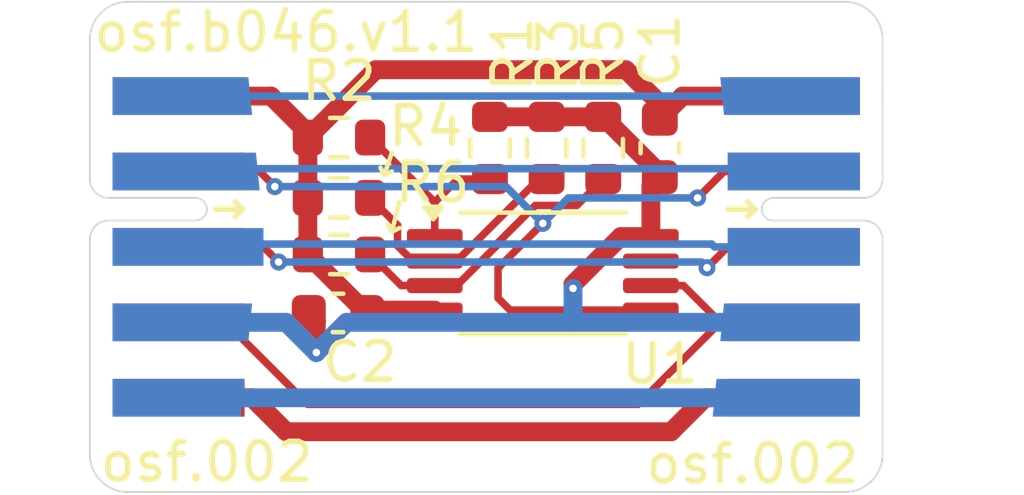
<source format=kicad_pcb>
(kicad_pcb (version 20240108) (generator "pcbnew") (generator_version "8.0")
  (layers (0 "F.Cu" signal) (31 "B.Cu" signal) (34 "B.Paste" user) (35 "F.Paste" user) (36 "B.SilkS" user "B.Silkscreen") (37 "F.SilkS" user "F.Silkscreen") (38 "B.Mask" user) (39 "F.Mask" user) (44 "Edge.Cuts" user))
  (net 0 "")
  (net 1 "GND")
  (net 2 "+3.3V")
  (net 3 "/eeprom/SDA")
  (net 4 "/eeprom/SCL")
  (net 5 "Net-(J1-CS{slash}EN)")
  (net 6 "Net-(J1-INT)")
  (net 7 "Net-(J1-~{RESET})")
  (net 8 "Net-(J1-5V)")
  (net 9 "Net-(U1-E0)")
  (net 10 "Net-(U1-E1)")
  (net 11 "Net-(U1-E2)")
  (net 13 "Net-(J1-N{slash}C)")
  (net 14 "Net-(J1-status)")
  (footprint "Capacitor_SMD:C_0603_1608Metric" (layer "F.Cu") (at 92.1 77.875 90)
    (property "Reference" "C1" (at 2.575 0 90) (layer "F.SilkS"))
    (property "Value" "100nF")
    (fp_line (start -0.14058 -0.51) (end 0.14058 -0.51) (stroke (width 0.12)) (layer "F.SilkS"))
    (fp_line (start -0.14058 0.51) (end 0.14058 0.51) (stroke (width 0.12)) (layer "F.SilkS"))
    (pad "1" smd roundrect (at -0.775 0 90) (size 0.9 0.95) (layers "F.Cu" "F.Paste" "F.Mask") (net 2 "+3.3V"))
    (pad "2" smd roundrect (at 0.775 0 90) (size 0.9 0.95) (layers "F.Cu" "F.Paste" "F.Mask") (net 1 "GND"))
  )
  (footprint "on_edge:on_edge_2x05_device" (layer "F.Cu") (at 77 80.5 -90)
    (property "Reference" "J1")
    (property "Value" "001_I2C")
    (fp_line (start -1.2 -3.85) (end -1 -4.05) (stroke (width 0.153)) (layer "F.SilkS"))
    (fp_line (start -1 -4.05) (end -1 -3.323) (stroke (width 0.153)) (layer "F.SilkS"))
    (fp_line (start -1 -4.05) (end -0.8 -3.85) (stroke (width 0.153)) (layer "F.SilkS"))
    (fp_line (start -4 0) (end -1.8 0) (stroke (width 0.05)) (layer "Edge.Cuts"))
    (fp_line (start -0.2 0) (end 4 0) (stroke (width 0.05)) (layer "Edge.Cuts"))
    (fp_line (start -0.7 -0.5) (end -0.7 -2.8) (stroke (width 0.05)) (layer "Edge.Cuts"))
    (fp_line (start -1.3 -2.8) (end -1.3 -0.5) (stroke (width 0.05)) (layer "Edge.Cuts"))
    (fp_arc (start -0.2 0) (mid -0.553553 -0.146447) (end -0.7 -0.5) (stroke (width 0.05)) (layer "Edge.Cuts"))
    (fp_arc (start -1.3 -0.5) (mid -1.446447 -0.146447) (end -1.8 0) (stroke (width 0.05)) (layer "Edge.Cuts"))
    (fp_arc (start -1.3 -2.8) (mid -1 -3.1) (end -0.7 -2.8) (stroke (width 0.05)) (layer "Edge.Cuts"))
    (pad "1" smd rect (at -4 -2.35 90) (size 1 3.5) (layers "F.Cu" "F.Mask") (net 1 "GND"))
    (pad "2" smd rect (at -2 -2.35 270) (size 1 3.5) (layers "F.Cu" "F.Mask") (net 3 "/eeprom/SDA"))
    (pad "3" smd rect (at 0 -2.35 270) (size 1 3.5) (layers "F.Cu" "F.Mask") (net 13 "Net-(J1-N{slash}C)"))
    (pad "4" smd rect (at 2 -2.35 90) (size 1 3.5) (layers "F.Cu" "F.Mask") (net 4 "/eeprom/SCL"))
    (pad "5" smd rect (at 4 -2.35 90) (size 1 3.5) (layers "F.Cu" "F.Mask") (net 6 "Net-(J1-INT)"))
    (pad "6" smd custom (at -4 -2.4 270) (size 1 3.6) (layers "B.Cu" "B.Mask") (net 5 "Net-(J1-CS{slash}EN)") (options (clearance outline) (anchor rect)) (primitives (gr_poly (pts (xy 0.5 -1.8) (xy 0.5 -1.9) (xy -0.5 -1.8)) (width 0) (fill yes))))
    (pad "7" smd custom (at -2 -2.1 270) (size 1 3) (layers "B.Cu" "B.Mask") (net 14 "Net-(J1-status)") (options (clearance outline) (anchor rect)) (primitives (gr_poly (pts (xy 0.3 -0.51) (xy 0.31 -0.62) (xy 0.33 -0.7) (xy 0.35 -0.76) (xy 0.37 -0.81) (xy 0.4 -0.86) (xy 0.44 -0.92) (xy 0.48 -0.97) (xy 0.5 -0.99) (xy 0.5 -2.4) (xy -0.5 -2.3) (xy -0.5 1.5) (xy 0.3 1.5)) (width 0) (fill yes))))
    (pad "8" smd rect (at 0 -2.6 270) (size 1 4) (layers "B.Cu" "B.Mask") (net 7 "Net-(J1-~{RESET})"))
    (pad "9" smd custom (at 2 -2.4 270) (size 1 3.6) (layers "B.Cu" "B.Mask") (net 2 "+3.3V") (options (clearance outline) (anchor rect)) (primitives (gr_poly (pts (xy -0.5 -1.8) (xy -0.5 -1.9) (xy 0.5 -1.8)) (width 0) (fill yes))))
    (pad "10" smd custom (at 4 -2.3 270) (size 1 3.4) (layers "B.Cu" "B.Mask") (net 8 "Net-(J1-5V)") (options (clearance outline) (anchor rect)) (primitives (gr_poly (pts (xy -0.5 -1.7) (xy -0.5 -1.8) (xy 0.5 -1.7)) (width 0) (fill yes))))
  )
  (footprint "on_edge:on_edge_2x05_host" (layer "F.Cu") (at 98 80.5 -90)
    (property "Reference" "J2")
    (property "Value" "001_I2C")
    (fp_line (start -1 4.1) (end -1 3.373) (stroke (width 0.153)) (layer "F.SilkS"))
    (fp_line (start -0.8 3.573) (end -1 3.373) (stroke (width 0.153)) (layer "F.SilkS"))
    (fp_line (start -1 3.373) (end -1.2 3.573) (stroke (width 0.153)) (layer "F.SilkS"))
    (fp_line (start -0.7 2.9) (end -0.7 0.5) (stroke (width 0.05)) (layer "Edge.Cuts"))
    (fp_line (start -1.3 0.5) (end -1.3 2.9) (stroke (width 0.05)) (layer "Edge.Cuts"))
    (fp_line (start -4 0) (end -1.8 0) (stroke (width 0.05)) (layer "Edge.Cuts"))
    (fp_line (start -0.2 0) (end 4 0) (stroke (width 0.05)) (layer "Edge.Cuts"))
    (fp_arc (start -0.7 2.9) (mid -1 3.2) (end -1.3 2.9) (stroke (width 0.05)) (layer "Edge.Cuts"))
    (fp_arc (start -0.7 0.5) (mid -0.553553 0.146447) (end -0.2 0) (stroke (width 0.05)) (layer "Edge.Cuts"))
    (fp_arc (start -1.8 0) (mid -1.446447 0.146447) (end -1.3 0.5) (stroke (width 0.05)) (layer "Edge.Cuts"))
    (pad "1" smd rect (at -4 2.35 270) (size 1 3.5) (layers "F.Cu" "F.Mask") (net 1 "GND"))
    (pad "2" smd rect (at -2 2.35 270) (size 1 3.5) (layers "F.Cu" "F.Mask") (net 3 "/eeprom/SDA"))
    (pad "3" smd rect (at 0 2.35 270) (size 1 3.5) (layers "F.Cu" "F.Mask") (net 13 "Net-(J1-N{slash}C)"))
    (pad "4" smd rect (at 2 2.35 270) (size 1 3.5) (layers "F.Cu" "F.Mask") (net 4 "/eeprom/SCL"))
    (pad "5" smd rect (at 4 2.35 270) (size 1 3.5) (layers "F.Cu" "F.Mask") (net 6 "Net-(J1-INT)"))
    (pad "6" smd custom (at -4 2.4 90) (size 1 3.6) (layers "B.Cu" "B.Mask") (net 5 "Net-(J1-CS{slash}EN)") (options (clearance outline) (anchor rect)) (primitives (gr_poly (pts (xy 0.5 -1.8) (xy -0.5 -1.8) (xy 0.5 -1.9)) (width 0) (fill yes))))
    (pad "7" smd rect (at -2 2.35 90) (size 1 3.5) (layers "B.Cu" "B.Mask") (net 14 "Net-(J1-status)"))
    (pad "8" smd rect (at 0 2.35 90) (size 1 3.5) (layers "B.Cu" "B.Mask") (net 7 "Net-(J1-~{RESET})"))
    (pad "9" smd custom (at 2 2.4 90) (size 1 3.6) (layers "B.Cu" "B.Mask") (net 2 "+3.3V") (options (clearance outline) (anchor rect)) (primitives (gr_poly (pts (xy 0.5 -1.8) (xy -0.5 -1.8) (xy -0.5 -1.9)) (width 0) (fill yes))))
    (pad "10" smd custom (at 4 2.5 90) (size 1 3.8) (layers "B.Cu" "B.Mask") (net 8 "Net-(J1-5V)") (options (clearance outline) (anchor rect)) (primitives (gr_poly (pts (xy 0.5 -1.9) (xy -0.5 -1.9) (xy -0.5 -2)) (width 0) (fill yes))))
  )
  (footprint "Package_SO:TSSOP-8_4.4x3mm_P0.65mm" (layer "F.Cu") (at 89 81.2)
    (property "Reference" "U1" (at 3.1 2.4 0) (layer "F.SilkS"))
    (property "Value" "M24C02-FDW")
    (fp_line (start 0 -1.61) (end -2.2 -1.61) (stroke (width 0.12)) (layer "F.SilkS"))
    (fp_line (start 0 -1.61) (end 2.2 -1.61) (stroke (width 0.12)) (layer "F.SilkS"))
    (fp_line (start 0 1.61) (end -2.2 1.61) (stroke (width 0.12)) (layer "F.SilkS"))
    (fp_line (start 0 1.61) (end 2.2 1.61) (stroke (width 0.12)) (layer "F.SilkS"))
    (fp_poly (pts (xy -2.9 -1.435) (xy -3.14 -1.765) (xy -2.66 -1.765) (xy -2.9 -1.435)) (stroke (width 0.12)) (fill solid) (layer "F.SilkS"))
    (pad "1" smd roundrect (at -2.8625 -0.975) (size 1.475 0.4) (layers "F.Cu" "F.Paste" "F.Mask") (net 9 "Net-(U1-E0)"))
    (pad "2" smd roundrect (at -2.8625 -0.325) (size 1.475 0.4) (layers "F.Cu" "F.Paste" "F.Mask") (net 10 "Net-(U1-E1)"))
    (pad "3" smd roundrect (at -2.8625 0.325) (size 1.475 0.4) (layers "F.Cu" "F.Paste" "F.Mask") (net 11 "Net-(U1-E2)"))
    (pad "4" smd roundrect (at -2.8625 0.975) (size 1.475 0.4) (layers "F.Cu" "F.Paste" "F.Mask") (net 1 "GND"))
    (pad "5" smd roundrect (at 2.8625 0.975) (size 1.475 0.4) (layers "F.Cu" "F.Paste" "F.Mask") (net 3 "/eeprom/SDA"))
    (pad "6" smd roundrect (at 2.8625 0.325) (size 1.475 0.4) (layers "F.Cu" "F.Paste" "F.Mask") (net 4 "/eeprom/SCL"))
    (pad "7" smd roundrect (at 2.8625 -0.325) (size 1.475 0.4) (layers "F.Cu" "F.Paste" "F.Mask"))
    (pad "8" smd roundrect (at 2.8625 -0.975) (size 1.475 0.4) (layers "F.Cu" "F.Paste" "F.Mask") (net 2 "+3.3V"))
  )
  (footprint "Resistor_SMD:R_0603_1608Metric" (layer "F.Cu") (at 90.6 77.875 -90)
    (property "Reference" "R5" (at -2.475 0 90) (layer "F.SilkS"))
    (property "Value" "0R")
    (fp_line (start -0.237258 0.5225) (end 0.237258 0.5225) (stroke (width 0.12)) (layer "F.SilkS"))
    (fp_line (start -0.237258 -0.5225) (end 0.237258 -0.5225) (stroke (width 0.12)) (layer "F.SilkS"))
    (pad "1" smd roundrect (at -0.825 0 270) (size 0.8 0.95) (layers "F.Cu" "F.Paste" "F.Mask") (net 2 "+3.3V"))
    (pad "2" smd roundrect (at 0.825 0 270) (size 0.8 0.95) (layers "F.Cu" "F.Paste" "F.Mask") (net 11 "Net-(U1-E2)"))
  )
  (footprint "Resistor_SMD:R_0603_1608Metric" (layer "F.Cu") (at 83.6 77.6 180)
    (property "Reference" "R2" (at 0 1.5 0) (layer "F.SilkS"))
    (property "Value" "0R")
    (fp_line (start -0.237258 0.5225) (end 0.237258 0.5225) (stroke (width 0.12)) (layer "F.SilkS"))
    (fp_line (start -0.237258 -0.5225) (end 0.237258 -0.5225) (stroke (width 0.12)) (layer "F.SilkS"))
    (pad "1" smd roundrect (at -0.825 0 180) (size 0.8 0.95) (layers "F.Cu" "F.Paste" "F.Mask") (net 9 "Net-(U1-E0)"))
    (pad "2" smd roundrect (at 0.825 0 180) (size 0.8 0.95) (layers "F.Cu" "F.Paste" "F.Mask") (net 1 "GND"))
  )
  (footprint "Resistor_SMD:R_0603_1608Metric" (layer "F.Cu") (at 83.6 80.7 180)
    (property "Reference" "R6" (at -2.475 1.9 0) (layer "F.SilkS"))
    (property "Value" "0R")
    (fp_line (start -0.237258 0.5225) (end 0.237258 0.5225) (stroke (width 0.12)) (layer "F.SilkS"))
    (fp_line (start -0.237258 -0.5225) (end 0.237258 -0.5225) (stroke (width 0.12)) (layer "F.SilkS"))
    (pad "1" smd roundrect (at -0.825 0 180) (size 0.8 0.95) (layers "F.Cu" "F.Paste" "F.Mask") (net 11 "Net-(U1-E2)"))
    (pad "2" smd roundrect (at 0.825 0 180) (size 0.8 0.95) (layers "F.Cu" "F.Paste" "F.Mask") (net 1 "GND"))
  )
  (footprint "Resistor_SMD:R_0603_1608Metric" (layer "F.Cu") (at 87.6 77.875 -90)
    (property "Reference" "R1" (at -2.475 -0.6 90) (layer "F.SilkS"))
    (property "Value" "0R")
    (fp_line (start -0.237258 0.5225) (end 0.237258 0.5225) (stroke (width 0.12)) (layer "F.SilkS"))
    (fp_line (start -0.237258 -0.5225) (end 0.237258 -0.5225) (stroke (width 0.12)) (layer "F.SilkS"))
    (pad "1" smd roundrect (at -0.825 0 270) (size 0.8 0.95) (layers "F.Cu" "F.Paste" "F.Mask") (net 2 "+3.3V"))
    (pad "2" smd roundrect (at 0.825 0 270) (size 0.8 0.95) (layers "F.Cu" "F.Paste" "F.Mask") (net 9 "Net-(U1-E0)"))
  )
  (footprint "Resistor_SMD:R_0603_1608Metric" (layer "F.Cu") (at 89.1 77.875 -90)
    (property "Reference" "R3" (at -2.475 -0.3 90) (layer "F.SilkS"))
    (property "Value" "0R")
    (fp_line (start -0.237258 0.5225) (end 0.237258 0.5225) (stroke (width 0.12)) (layer "F.SilkS"))
    (fp_line (start -0.237258 -0.5225) (end 0.237258 -0.5225) (stroke (width 0.12)) (layer "F.SilkS"))
    (pad "1" smd roundrect (at -0.825 0 270) (size 0.8 0.95) (layers "F.Cu" "F.Paste" "F.Mask") (net 2 "+3.3V"))
    (pad "2" smd roundrect (at 0.825 0 270) (size 0.8 0.95) (layers "F.Cu" "F.Paste" "F.Mask") (net 10 "Net-(U1-E1)"))
  )
  (footprint "Capacitor_SMD:C_0603_1608Metric" (layer "F.Cu") (at 83.575 82.25)
    (property "Reference" "C2" (at 0.575 1.3 0) (layer "F.SilkS"))
    (property "Value" "1uF")
    (fp_line (start -0.14058 -0.51) (end 0.14058 -0.51) (stroke (width 0.12)) (layer "F.SilkS"))
    (fp_line (start -0.14058 0.51) (end 0.14058 0.51) (stroke (width 0.12)) (layer "F.SilkS"))
    (pad "1" smd roundrect (at -0.775 0) (size 0.9 0.95) (layers "F.Cu" "F.Paste" "F.Mask") (net 2 "+3.3V"))
    (pad "2" smd roundrect (at 0.775 0) (size 0.9 0.95) (layers "F.Cu" "F.Paste" "F.Mask") (net 1 "GND"))
  )
  (footprint "Resistor_SMD:R_0603_1608Metric" (layer "F.Cu") (at 83.6 79.2 180)
    (property "Reference" "R4" (at -2.3 1.9 0) (layer "F.SilkS"))
    (property "Value" "0R")
    (fp_line (start -0.237258 0.5225) (end 0.237258 0.5225) (stroke (width 0.12)) (layer "F.SilkS"))
    (fp_line (start -0.237258 -0.5225) (end 0.237258 -0.5225) (stroke (width 0.12)) (layer "F.SilkS"))
    (pad "1" smd roundrect (at -0.825 0 180) (size 0.8 0.95) (layers "F.Cu" "F.Paste" "F.Mask") (net 10 "Net-(U1-E1)"))
    (pad "2" smd roundrect (at 0.825 0 180) (size 0.8 0.95) (layers "F.Cu" "F.Paste" "F.Mask") (net 1 "GND"))
  )
  (gr_line (start 85 80.1) (end 84.9 79.9) (stroke (width 0.12)) (layer "F.SilkS"))
  (gr_line (start 84.9 79.9) (end 85 80.1) (stroke (width 0.12)) (layer "F.SilkS"))
  (gr_line (start 85.2 79.3) (end 85 80.1) (stroke (width 0.12)) (layer "F.SilkS"))
  (gr_line (start 85.2 80) (end 85 80.1) (stroke (width 0.12)) (layer "F.SilkS"))
  (gr_line (start 84.8 78.6) (end 84.7 78.4) (stroke (width 0.12)) (layer "F.SilkS"))
  (gr_line (start 85 78) (end 84.8 78.6) (stroke (width 0.12)) (layer "F.SilkS"))
  (gr_line (start 84.7 78.4) (end 84.8 78.6) (stroke (width 0.12)) (layer "F.SilkS"))
  (gr_line (start 85 78.5) (end 84.8 78.6) (stroke (width 0.12)) (layer "F.SilkS"))
  (gr_line (start 97 87) (end 78 87) (stroke (width 0.05)) (layer "Edge.Cuts"))
  (gr_line (start 77 76.5) (end 77 75) (stroke (width 0.05)) (layer "Edge.Cuts"))
  (gr_line (start 97 74) (end 78 74) (stroke (width 0.05)) (layer "Edge.Cuts"))
  (gr_line (start 98 76.5) (end 98 75) (stroke (width 0.05)) (layer "Edge.Cuts"))
  (gr_arc (start 98 86) (mid 97.707107 86.707107) (end 97 87) (stroke (width 0.05)) (layer "Edge.Cuts"))
  (gr_arc (start 77 75) (mid 77.292893 74.292893) (end 78 74) (stroke (width 0.05)) (layer "Edge.Cuts"))
  (gr_line (start 77 86) (end 77 84.5) (stroke (width 0.05)) (layer "Edge.Cuts"))
  (gr_arc (start 78 87) (mid 77.292893 86.707107) (end 77 86) (stroke (width 0.05)) (layer "Edge.Cuts"))
  (gr_arc (start 97 74) (mid 97.707107 74.292893) (end 98 75) (stroke (width 0.05)) (layer "Edge.Cuts"))
  (gr_line (start 98 86) (end 98 84.5) (stroke (width 0.05)) (layer "Edge.Cuts"))
  (gr_text "osf.002" (at 80.1 86.2 0) (layer "F.SilkS") (effects (font (size 1 1))))
  (gr_text "osf.002" (at 94.55 86.25 0) (layer "F.SilkS") (effects (font (size 1 1))))
  (gr_text "osf.b046.v1.1" (at 82.2 74.8 0) (layer "F.SilkS") (effects (font (size 1 1))))
  (segment (start 92.1 76.7) (end 91.2 75.8) (width 0.5) (layer "F.Cu") (net 1))
  (segment (start 84.5 82.175) (end 84.375 82.3) (width 0.5) (layer "F.Cu") (net 1))
  (segment (start 92.7 76.5) (end 92.1 77.1) (width 0.5) (layer "F.Cu") (net 1))
  (segment (start 84.575 75.8) (end 82.775 77.6) (width 0.5) (layer "F.Cu") (net 1))
  (segment (start 84.375 82.3) (end 82.775 80.7) (width 0.5) (layer "F.Cu") (net 1))
  (segment (start 82.775 79.2) (end 82.775 80.7) (width 0.5) (layer "F.Cu") (net 1))
  (segment (start 82.775 77.6) (end 82.775 79.2) (width 0.5) (layer "F.Cu") (net 1))
  (segment (start 92.1 77.1) (end 92.1 76.7) (width 0.5) (layer "F.Cu") (net 1))
  (segment (start 95.65 76.5) (end 92.7 76.5) (width 0.5) (layer "F.Cu") (net 1))
  (segment (start 81.8 76.5) (end 79.35 76.5) (width 0.5) (layer "F.Cu") (net 1))
  (segment (start 82.775 77.475) (end 81.8 76.5) (width 0.5) (layer "F.Cu") (net 1))
  (segment (start 91.2 75.8) (end 84.575 75.8) (width 0.5) (layer "F.Cu") (net 1))
  (segment (start 86.1375 82.175) (end 84.5 82.175) (width 0.5) (layer "F.Cu") (net 1))
  (segment (start 82.775 77.6) (end 82.775 77.475) (width 0.5) (layer "F.Cu") (net 1))
  (segment (start 91.8625 80.225) (end 91.8625 78.8875) (width 0.5) (layer "F.Cu") (net 2))
  (segment (start 89.8 81.6) (end 89.8 81.490122) (width 0.5) (layer "F.Cu") (net 2))
  (segment (start 83 82.475) (end 82.825 82.3) (width 0.5) (layer "F.Cu") (net 2))
  (segment (start 91.065122 80.225) (end 91.8625 80.225) (width 0.5) (layer "F.Cu") (net 2))
  (segment (start 92.1 78.65) (end 92.1 78.55) (width 0.5) (layer "F.Cu") (net 2))
  (segment (start 89.1 77.05) (end 87.6 77.05) (width 0.5) (layer "F.Cu") (net 2))
  (segment (start 90.6 77.05) (end 89.1 77.05) (width 0.5) (layer "F.Cu") (net 2))
  (segment (start 91.8625 78.8875) (end 92.1 78.65) (width 0.5) (layer "F.Cu") (net 2))
  (segment (start 83 83.3) (end 83 82.475) (width 0.5) (layer "F.Cu") (net 2))
  (segment (start 92.1 78.55) (end 90.6 77.05) (width 0.5) (layer "F.Cu") (net 2))
  (segment (start 89.8 81.490122) (end 91.065122 80.225) (width 0.5) (layer "F.Cu") (net 2))
  (via (at 83 83.3) (size 0.45) (drill 0.2) (layers "F.Cu" "B.Cu") (net 2))
  (via (at 89.8 81.6) (size 0.45) (drill 0.2) (layers "F.Cu" "B.Cu") (net 2))
  (segment (start 83 83.3) (end 83.8 82.5) (width 0.5) (layer "B.Cu") (net 2))
  (segment (start 83.8 82.5) (end 89.85 82.5) (width 0.5) (layer "B.Cu") (net 2))
  (segment (start 82.2 82.5) (end 83 83.3) (width 0.5) (layer "B.Cu") (net 2))
  (segment (start 89.85 82.5) (end 95.6 82.5) (width 0.5) (layer "B.Cu") (net 2))
  (segment (start 89.8 82.45) (end 89.8 81.6) (width 0.5) (layer "B.Cu") (net 2))
  (segment (start 89.85 82.5) (end 89.8 82.45) (width 0.5) (layer "B.Cu") (net 2))
  (segment (start 79.4 82.5) (end 82.2 82.5) (width 0.5) (layer "B.Cu") (net 2))
  (segment (start 81.5 78.5) (end 81.9 78.9) (width 0.2) (layer "F.Cu") (net 3))
  (segment (start 91.8625 82.175) (end 88.132202 82.175) (width 0.2) (layer "F.Cu") (net 3))
  (segment (start 87.814477 81.857275) (end 87.814477 81.060023) (width 0.2) (layer "F.Cu") (net 3))
  (segment (start 79.35 78.5) (end 81.5 78.5) (width 0.2) (layer "F.Cu") (net 3))
  (segment (start 88.132202 82.175) (end 87.814477 81.857275) (width 0.2) (layer "F.Cu") (net 3))
  (segment (start 87.814477 81.060023) (end 89 79.8745) (width 0.2) (layer "F.Cu") (net 3))
  (segment (start 93.8 78.5) (end 95.65 78.5) (width 0.2) (layer "F.Cu") (net 3))
  (segment (start 93.1 79.2) (end 93.8 78.5) (width 0.2) (layer "F.Cu") (net 3))
  (via (at 81.9 78.9) (size 0.45) (drill 0.2) (layers "F.Cu" "B.Cu") (net 3))
  (via (at 89 79.8745) (size 0.45) (drill 0.2) (layers "F.Cu" "B.Cu") (net 3))
  (via (at 93.1 79.2) (size 0.45) (drill 0.2) (layers "F.Cu" "B.Cu") (net 3))
  (segment (start 89 79.8745) (end 89.6745 79.2) (width 0.2) (layer "B.Cu") (net 3))
  (segment (start 89.6745 79.2) (end 93.1 79.2) (width 0.2) (layer "B.Cu") (net 3))
  (segment (start 81.9 78.9) (end 88.0255 78.9) (width 0.2) (layer "B.Cu") (net 3))
  (segment (start 88.0255 78.9) (end 89 79.8745) (width 0.2) (layer "B.Cu") (net 3))
  (segment (start 93.7 82.5) (end 95.65 82.5) (width 0.2) (layer "F.Cu") (net 4))
  (segment (start 91.8625 81.525) (end 92.725 81.525) (width 0.2) (layer "F.Cu") (net 4))
  (segment (start 92.725 81.525) (end 93.7 82.5) (width 0.2) (layer "F.Cu") (net 4))
  (segment (start 82.77501 84.67501) (end 91.52499 84.67501) (width 0.2) (layer "F.Cu") (net 4))
  (segment (start 79.35 82.5) (end 80.6 82.5) (width 0.2) (layer "F.Cu") (net 4))
  (segment (start 80.6 82.5) (end 82.77501 84.67501) (width 0.2) (layer "F.Cu") (net 4))
  (segment (start 91.52499 84.67501) (end 93.7 82.5) (width 0.2) (layer "F.Cu") (net 4))
  (segment (start 79.4 76.5) (end 95.6 76.5) (width 0.2) (layer "B.Cu") (net 5))
  (segment (start 82.2 85.4) (end 92.4 85.4) (width 0.5) (layer "F.Cu") (net 6))
  (segment (start 81.3 84.5) (end 82.2 85.4) (width 0.5) (layer "F.Cu") (net 6))
  (segment (start 79.35 84.5) (end 81.3 84.5) (width 0.5) (layer "F.Cu") (net 6))
  (segment (start 93.3 84.5) (end 95.65 84.5) (width 0.5) (layer "F.Cu") (net 6))
  (segment (start 92.4 85.4) (end 93.3 84.5) (width 0.5) (layer "F.Cu") (net 6))
  (segment (start 93.55 80.5) (end 95.65 80.5) (width 0.2) (layer "B.Cu") (net 7))
  (segment (start 79.675 80.425) (end 93.475 80.425) (width 0.2) (layer "B.Cu") (net 7))
  (segment (start 93.475 80.425) (end 93.55 80.5) (width 0.2) (layer "B.Cu") (net 7))
  (segment (start 79.6 80.5) (end 79.675 80.425) (width 0.2) (layer "B.Cu") (net 7))
  (segment (start 79.3 84.5) (end 95.5 84.5) (width 0.5) (layer "B.Cu") (net 8))
  (segment (start 86.75 78.7) (end 86.1375 79.3125) (width 0.2) (layer "F.Cu") (net 9))
  (segment (start 87.6 78.7) (end 86.75 78.7) (width 0.2) (layer "F.Cu") (net 9))
  (segment (start 86.1375 79.3125) (end 86.1375 80.225) (width 0.2) (layer "F.Cu") (net 9))
  (segment (start 84.425 77.6) (end 86.1375 79.3125) (width 0.2) (layer "F.Cu") (net 9))
  (segment (start 88.894295 78.7) (end 89.1 78.7) (width 0.2) (layer "F.Cu") (net 10))
  (segment (start 86.719295 80.875) (end 88.894295 78.7) (width 0.2) (layer "F.Cu") (net 10))
  (segment (start 86.1375 80.875) (end 86.719295 80.875) (width 0.2) (layer "F.Cu") (net 10))
  (segment (start 85.15048 79.92548) (end 85.15048 80.469775) (width 0.2) (layer "F.Cu") (net 10))
  (segment (start 84.425 79.2) (end 85.15048 79.92548) (width 0.2) (layer "F.Cu") (net 10))
  (segment (start 85.555705 80.875) (end 86.1375 80.875) (width 0.2) (layer "F.Cu") (net 10))
  (segment (start 85.15048 80.469775) (end 85.555705 80.875) (width 0.2) (layer "F.Cu") (net 10))
  (segment (start 87.8 80.4) (end 88.8 79.4) (width 0.2) (layer "F.Cu") (net 11))
  (segment (start 88.8 79.4) (end 89.9 79.4) (width 0.2) (layer "F.Cu") (net 11))
  (segment (start 85.25 81.525) (end 86.1375 81.525) (width 0.2) (layer "F.Cu") (net 11))
  (segment (start 87.8 80.444295) (end 87.8 80.4) (width 0.2) (layer "F.Cu") (net 11))
  (segment (start 84.425 80.7) (end 85.25 81.525) (width 0.2) (layer "F.Cu") (net 11))
  (segment (start 89.9 79.4) (end 90.6 78.7) (width 0.2) (layer "F.Cu") (net 11))
  (segment (start 86.719295 81.525) (end 87.8 80.444295) (width 0.2) (layer "F.Cu") (net 11))
  (segment (start 86.1375 81.525) (end 86.719295 81.525) (width 0.2) (layer "F.Cu") (net 11))
  (segment (start 93.9 80.5) (end 95.65 80.5) (width 0.2) (layer "F.Cu") (net 13))
  (segment (start 93.35 81.05) (end 93.9 80.5) (width 0.2) (layer "F.Cu") (net 13))
  (segment (start 81.6 80.5) (end 79.35 80.5) (width 0.2) (layer "F.Cu") (net 13))
  (segment (start 82 80.9) (end 81.6 80.5) (width 0.2) (layer "F.Cu") (net 13))
  (via (at 82 80.9) (size 0.45) (drill 0.2) (layers "F.Cu" "B.Cu") (net 13))
  (via (at 93.35 81.05) (size 0.45) (drill 0.2) (layers "F.Cu" "B.Cu") (net 13))
  (segment (start 93.2 80.9) (end 82 80.9) (width 0.2) (layer "B.Cu") (net 13))
  (segment (start 93.35 81.05) (end 93.2 80.9) (width 0.2) (layer "B.Cu") (net 13))
  (segment (start 79.175 78.425) (end 95.575 78.425) (width 0.2) (layer "B.Cu") (net 14))
  (segment (start 95.575 78.425) (end 95.65 78.5) (width 0.2) (layer "B.Cu") (net 14))
  (segment (start 79.1 78.5) (end 79.175 78.425) (width 0.2) (layer "B.Cu") (net 14))
)
</source>
